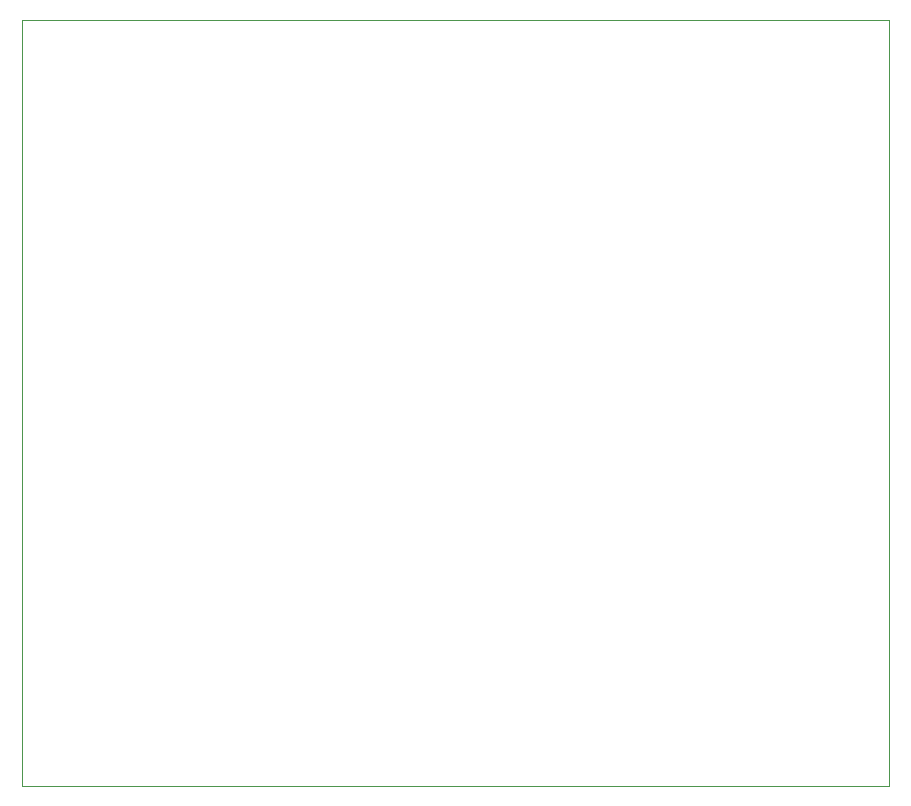
<source format=gbr>
%TF.GenerationSoftware,KiCad,Pcbnew,8.0.2*%
%TF.CreationDate,2024-06-16T16:38:09+02:00*%
%TF.ProjectId,BSPD,42535044-2e6b-4696-9361-645f70636258,rev?*%
%TF.SameCoordinates,Original*%
%TF.FileFunction,Profile,NP*%
%FSLAX46Y46*%
G04 Gerber Fmt 4.6, Leading zero omitted, Abs format (unit mm)*
G04 Created by KiCad (PCBNEW 8.0.2) date 2024-06-16 16:38:09*
%MOMM*%
%LPD*%
G01*
G04 APERTURE LIST*
%TA.AperFunction,Profile*%
%ADD10C,0.100000*%
%TD*%
G04 APERTURE END LIST*
D10*
X96774000Y-51689000D02*
X170180000Y-51689000D01*
X170180000Y-116586000D01*
X96774000Y-116586000D01*
X96774000Y-51689000D01*
M02*

</source>
